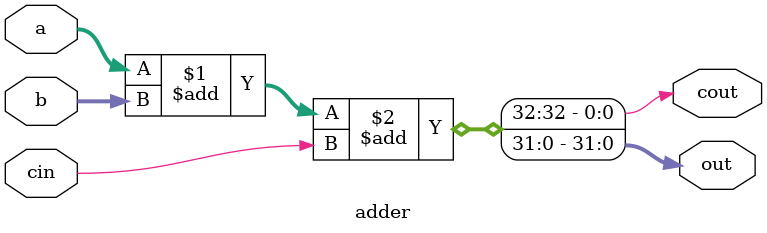
<source format=v>
module adder(a, b, cin, out, cout);
parameter SIZE = 32;
input [SIZE - 1 : 0] a, b;
input cin;
output [SIZE - 1 : 0] out;
output cout;
	assign {cout, out} = a + b + cin;
endmodule
</source>
